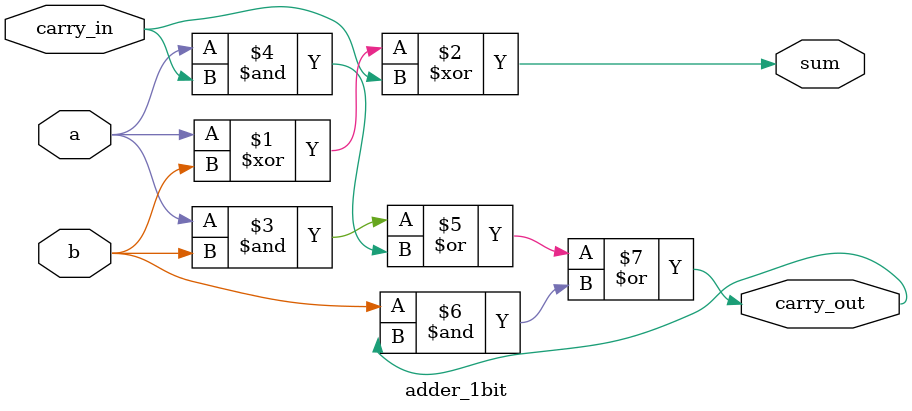
<source format=sv>

module adder_1bit(input logic a, input logic b, input carry_in, output sum, output carry_out);
		assign sum = a ^ b ^ carry_in;
		assign carry_out = (a & b) | (a & carry_in) | (b & carry_out);
endmodule
</source>
